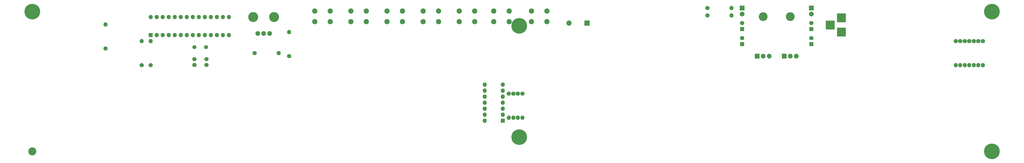
<source format=gbs>
G04 #@! TF.FileFunction,Soldermask,Bot*
%FSLAX46Y46*%
G04 Gerber Fmt 4.6, Leading zero omitted, Abs format (unit mm)*
G04 Created by KiCad (PCBNEW 4.0.7) date 05/05/18 13:58:15*
%MOMM*%
%LPD*%
G01*
G04 APERTURE LIST*
%ADD10C,0.100000*%
%ADD11C,1.800000*%
%ADD12O,1.800000X1.800000*%
%ADD13C,1.700000*%
%ADD14R,1.800000X1.800000*%
%ADD15R,3.700000X3.700000*%
%ADD16O,3.700000X3.700000*%
%ADD17R,2.000000X2.000000*%
%ADD18O,2.000000X2.000000*%
%ADD19C,2.000000*%
%ADD20C,6.600000*%
%ADD21C,1.000000*%
%ADD22C,3.400000*%
%ADD23C,2.200000*%
%ADD24C,4.200000*%
%ADD25R,2.200000X2.200000*%
G04 APERTURE END LIST*
D10*
D11*
X131445000Y-194310000D03*
D12*
X131445000Y-184150000D03*
D13*
X91440000Y-190500000D03*
X96320000Y-190500000D03*
D11*
X91440000Y-195580000D03*
X91440000Y-198080000D03*
X96520000Y-195580000D03*
X96520000Y-198080000D03*
D14*
X322580000Y-189230000D03*
D11*
X322580000Y-186730000D03*
D14*
X322580000Y-182880000D03*
D11*
X322580000Y-180380000D03*
D14*
X351790000Y-189230000D03*
D11*
X351790000Y-186730000D03*
D14*
X351790000Y-182880000D03*
D11*
X351790000Y-180380000D03*
D15*
X364490000Y-184150000D03*
X364490000Y-178150000D03*
X359790000Y-181150000D03*
D11*
X307975000Y-173990000D03*
D12*
X318135000Y-173990000D03*
D14*
X73025000Y-185420000D03*
D12*
X106045000Y-177800000D03*
X75565000Y-185420000D03*
X103505000Y-177800000D03*
X78105000Y-185420000D03*
X100965000Y-177800000D03*
X80645000Y-185420000D03*
X98425000Y-177800000D03*
X83185000Y-185420000D03*
X95885000Y-177800000D03*
X85725000Y-185420000D03*
X93345000Y-177800000D03*
X88265000Y-185420000D03*
X90805000Y-177800000D03*
X90805000Y-185420000D03*
X88265000Y-177800000D03*
X93345000Y-185420000D03*
X85725000Y-177800000D03*
X95885000Y-185420000D03*
X83185000Y-177800000D03*
X98425000Y-185420000D03*
X80645000Y-177800000D03*
X100965000Y-185420000D03*
X78105000Y-177800000D03*
X103505000Y-185420000D03*
X75565000Y-177800000D03*
X106045000Y-185420000D03*
X73025000Y-177800000D03*
D16*
X331470000Y-177650000D03*
D17*
X328930000Y-194310000D03*
D18*
X331470000Y-194310000D03*
X334010000Y-194310000D03*
D16*
X342900000Y-177650000D03*
D17*
X340360000Y-194310000D03*
D18*
X342900000Y-194310000D03*
X345440000Y-194310000D03*
D17*
X351790000Y-173990000D03*
D19*
X351790000Y-176530000D03*
D11*
X53975000Y-191135000D03*
D12*
X53975000Y-180975000D03*
D11*
X307975000Y-177165000D03*
D12*
X318135000Y-177165000D03*
D17*
X322580000Y-173990000D03*
D19*
X322580000Y-176530000D03*
D14*
X221615000Y-221615000D03*
D12*
X213995000Y-206375000D03*
X221615000Y-219075000D03*
X213995000Y-208915000D03*
X221615000Y-216535000D03*
X213995000Y-211455000D03*
X221615000Y-213995000D03*
X213995000Y-213995000D03*
X221615000Y-211455000D03*
X213995000Y-216535000D03*
X221615000Y-208915000D03*
X213995000Y-219075000D03*
X221615000Y-206375000D03*
X213995000Y-221615000D03*
D11*
X226060000Y-210185000D03*
D12*
X226060000Y-220345000D03*
D11*
X224155000Y-210185000D03*
D12*
X224155000Y-220345000D03*
D11*
X227965000Y-210185000D03*
D12*
X227965000Y-220345000D03*
D11*
X229870000Y-210185000D03*
D12*
X229870000Y-220345000D03*
D11*
X412750000Y-187960000D03*
D12*
X412750000Y-198120000D03*
D11*
X414655000Y-187960000D03*
D12*
X414655000Y-198120000D03*
D11*
X416560000Y-187960000D03*
D12*
X416560000Y-198120000D03*
D11*
X418465000Y-187960000D03*
D12*
X418465000Y-198120000D03*
D11*
X420370000Y-187960000D03*
D12*
X420370000Y-198120000D03*
D11*
X422275000Y-187960000D03*
D12*
X422275000Y-198120000D03*
D11*
X424180000Y-187960000D03*
D12*
X424180000Y-198120000D03*
D11*
X116840000Y-193040000D03*
D12*
X127000000Y-193040000D03*
D11*
X69215000Y-198120000D03*
D12*
X69215000Y-187960000D03*
D11*
X73025000Y-198120000D03*
D12*
X73025000Y-187960000D03*
D20*
X228500000Y-228500000D03*
D21*
X230900000Y-228500000D03*
X230197056Y-230197056D03*
X228500000Y-230900000D03*
X226802944Y-230197056D03*
X226100000Y-228500000D03*
X226802944Y-226802944D03*
X228500000Y-226100000D03*
X230197056Y-226802944D03*
D20*
X228500000Y-181500000D03*
D21*
X230900000Y-181500000D03*
X230197056Y-183197056D03*
X228500000Y-183900000D03*
X226802944Y-183197056D03*
X226100000Y-181500000D03*
X226802944Y-179802944D03*
X228500000Y-179100000D03*
X230197056Y-179802944D03*
D20*
X23000000Y-175500000D03*
D21*
X25400000Y-175500000D03*
X24697056Y-177197056D03*
X23000000Y-177900000D03*
X21302944Y-177197056D03*
X20600000Y-175500000D03*
X21302944Y-173802944D03*
X23000000Y-173100000D03*
X24697056Y-173802944D03*
D20*
X428000000Y-175500000D03*
D21*
X430400000Y-175500000D03*
X429697056Y-177197056D03*
X428000000Y-177900000D03*
X426302944Y-177197056D03*
X425600000Y-175500000D03*
X426302944Y-173802944D03*
X428000000Y-173100000D03*
X429697056Y-173802944D03*
D20*
X428000000Y-234500000D03*
D21*
X430400000Y-234500000D03*
X429697056Y-236197056D03*
X428000000Y-236900000D03*
X426302944Y-236197056D03*
X425600000Y-234500000D03*
X426302944Y-232802944D03*
X428000000Y-232100000D03*
X429697056Y-232802944D03*
D22*
X23000000Y-234500000D03*
D23*
X142240000Y-179760000D03*
X142240000Y-175260000D03*
X148740000Y-179760000D03*
X148740000Y-175260000D03*
X157480000Y-179760000D03*
X157480000Y-175260000D03*
X163980000Y-179760000D03*
X163980000Y-175260000D03*
X172720000Y-179760000D03*
X172720000Y-175260000D03*
X179220000Y-179760000D03*
X179220000Y-175260000D03*
X187960000Y-179760000D03*
X187960000Y-175260000D03*
X194460000Y-179760000D03*
X194460000Y-175260000D03*
X203200000Y-179760000D03*
X203200000Y-175260000D03*
X209700000Y-179760000D03*
X209700000Y-175260000D03*
X217805000Y-179760000D03*
X217805000Y-175260000D03*
X224305000Y-179760000D03*
X224305000Y-175260000D03*
X233680000Y-179760000D03*
X233680000Y-175260000D03*
X240180000Y-179760000D03*
X240180000Y-175260000D03*
D19*
X118190000Y-184785000D03*
X120690000Y-184785000D03*
X123190000Y-184785000D03*
D24*
X116290000Y-177785000D03*
X125090000Y-177785000D03*
D25*
X257155000Y-180340000D03*
D23*
X249555000Y-180340000D03*
M02*

</source>
